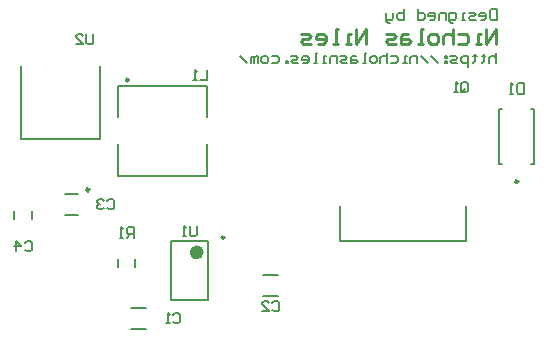
<source format=gbo>
G04*
G04 #@! TF.GenerationSoftware,Altium Limited,Altium Designer,25.1.2 (22)*
G04*
G04 Layer_Color=32896*
%FSLAX25Y25*%
%MOIN*%
G70*
G04*
G04 #@! TF.SameCoordinates,A6D80DD8-A6EF-48C5-BEAB-CD18D09DD35D*
G04*
G04*
G04 #@! TF.FilePolarity,Positive*
G04*
G01*
G75*
%ADD10C,0.01000*%
%ADD11C,0.00787*%
%ADD14C,0.00800*%
%ADD47C,0.01181*%
%ADD48C,0.02362*%
%ADD49C,0.00984*%
%ADD50C,0.00500*%
D10*
X380990Y467500D02*
Y472498D01*
X377657Y467500D01*
Y472498D01*
X375991Y467500D02*
X374325D01*
X375158D01*
Y470832D01*
X375991D01*
X368494D02*
X370993D01*
X371826Y469999D01*
Y468333D01*
X370993Y467500D01*
X368494D01*
X366827Y472498D02*
Y467500D01*
Y469999D01*
X365994Y470832D01*
X364328D01*
X363495Y469999D01*
Y467500D01*
X360996D02*
X359330D01*
X358497Y468333D01*
Y469999D01*
X359330Y470832D01*
X360996D01*
X361829Y469999D01*
Y468333D01*
X360996Y467500D01*
X356831D02*
X355165D01*
X355998D01*
Y472498D01*
X356831D01*
X351832Y470832D02*
X350166D01*
X349333Y469999D01*
Y467500D01*
X351832D01*
X352665Y468333D01*
X351832Y469166D01*
X349333D01*
X347667Y467500D02*
X345168D01*
X344335Y468333D01*
X345168Y469166D01*
X346834D01*
X347667Y469999D01*
X346834Y470832D01*
X344335D01*
X337670Y467500D02*
Y472498D01*
X334338Y467500D01*
Y472498D01*
X332672Y467500D02*
X331006D01*
X331839D01*
Y470832D01*
X332672D01*
X328506Y467500D02*
X326840D01*
X327673D01*
Y472498D01*
X328506D01*
X321842Y467500D02*
X323508D01*
X324341Y468333D01*
Y469999D01*
X323508Y470832D01*
X321842D01*
X321009Y469999D01*
Y469166D01*
X324341D01*
X319343Y467500D02*
X316844D01*
X316010Y468333D01*
X316844Y469166D01*
X318510D01*
X319343Y469999D01*
X318510Y470832D01*
X316010D01*
D11*
X226453Y409004D02*
Y411760D01*
X220547Y409004D02*
Y411760D01*
X371004Y401772D02*
Y413524D01*
X328996Y401772D02*
X371004D01*
X328996D02*
Y413524D01*
X272701Y382157D02*
X285299D01*
X272701Y401842D02*
X285299D01*
X272701Y382157D02*
Y401842D01*
X285299Y382157D02*
Y401842D01*
X255039Y453461D02*
X284961D01*
X255039Y423539D02*
X284961D01*
X255039Y443028D02*
Y453461D01*
X284961Y443028D02*
Y453461D01*
Y423539D02*
Y433972D01*
X255039Y423539D02*
Y433972D01*
X237335Y417543D02*
X241665D01*
X237335Y410457D02*
X241665D01*
X303539Y390543D02*
X308461D01*
X303539Y383457D02*
X308461D01*
X255047Y393122D02*
Y395878D01*
X260953Y393122D02*
Y395878D01*
X259539Y372457D02*
X264461D01*
X259539Y379543D02*
X264461D01*
X393748Y427445D02*
Y445555D01*
X382252D02*
X383177D01*
X392823D02*
X393748D01*
X382252Y427445D02*
Y445555D01*
Y427445D02*
X383177D01*
X392823D02*
X393748D01*
D14*
X381369Y478965D02*
Y475466D01*
X379620D01*
X379036Y476049D01*
Y478382D01*
X379620Y478965D01*
X381369D01*
X376121Y475466D02*
X377287D01*
X377870Y476049D01*
Y477216D01*
X377287Y477799D01*
X376121D01*
X375538Y477216D01*
Y476633D01*
X377870D01*
X374371Y475466D02*
X372622D01*
X372039Y476049D01*
X372622Y476633D01*
X373788D01*
X374371Y477216D01*
X373788Y477799D01*
X372039D01*
X370872Y475466D02*
X369706D01*
X370289D01*
Y477799D01*
X370872D01*
X366790Y474300D02*
X366207D01*
X365624Y474883D01*
Y477799D01*
X367374D01*
X367957Y477216D01*
Y476049D01*
X367374Y475466D01*
X365624D01*
X364458D02*
Y477799D01*
X362708D01*
X362125Y477216D01*
Y475466D01*
X359210D02*
X360376D01*
X360959Y476049D01*
Y477216D01*
X360376Y477799D01*
X359210D01*
X358626Y477216D01*
Y476633D01*
X360959D01*
X355128Y478965D02*
Y475466D01*
X356877D01*
X357460Y476049D01*
Y477216D01*
X356877Y477799D01*
X355128D01*
X350462Y478965D02*
Y475466D01*
X348713D01*
X348130Y476049D01*
Y476633D01*
Y477216D01*
X348713Y477799D01*
X350462D01*
X346964D02*
Y476049D01*
X346380Y475466D01*
X344631D01*
Y474883D01*
X345214Y474300D01*
X345797D01*
X344631Y475466D02*
Y477799D01*
X381070Y464465D02*
Y460966D01*
Y462716D01*
X380486Y463299D01*
X379320D01*
X378737Y462716D01*
Y460966D01*
X376988Y463882D02*
Y463299D01*
X377571D01*
X376404D01*
X376988D01*
Y461549D01*
X376404Y460966D01*
X374072Y463882D02*
Y463299D01*
X374655D01*
X373489D01*
X374072D01*
Y461549D01*
X373489Y460966D01*
X371739Y459800D02*
Y463299D01*
X369990D01*
X369407Y462716D01*
Y461549D01*
X369990Y460966D01*
X371739D01*
X368240D02*
X366491D01*
X365908Y461549D01*
X366491Y462133D01*
X367657D01*
X368240Y462716D01*
X367657Y463299D01*
X365908D01*
X364741D02*
X364158D01*
Y462716D01*
X364741D01*
Y463299D01*
Y461549D02*
X364158D01*
Y460966D01*
X364741D01*
Y461549D01*
X361826Y460966D02*
X359493Y463299D01*
X358327Y460966D02*
X355994Y463299D01*
X354828Y460966D02*
Y463299D01*
X353079D01*
X352496Y462716D01*
Y460966D01*
X351329D02*
X350163D01*
X350746D01*
Y463299D01*
X351329D01*
X346081D02*
X347830D01*
X348413Y462716D01*
Y461549D01*
X347830Y460966D01*
X346081D01*
X344915Y464465D02*
Y460966D01*
Y462716D01*
X344331Y463299D01*
X343165D01*
X342582Y462716D01*
Y460966D01*
X340833D02*
X339666D01*
X339083Y461549D01*
Y462716D01*
X339666Y463299D01*
X340833D01*
X341416Y462716D01*
Y461549D01*
X340833Y460966D01*
X337917D02*
X336751D01*
X337334D01*
Y464465D01*
X337917D01*
X334418Y463299D02*
X333252D01*
X332669Y462716D01*
Y460966D01*
X334418D01*
X335001Y461549D01*
X334418Y462133D01*
X332669D01*
X331502Y460966D02*
X329753D01*
X329170Y461549D01*
X329753Y462133D01*
X330919D01*
X331502Y462716D01*
X330919Y463299D01*
X329170D01*
X328003Y460966D02*
Y463299D01*
X326254D01*
X325671Y462716D01*
Y460966D01*
X324504D02*
X323338D01*
X323921D01*
Y463299D01*
X324504D01*
X321589Y460966D02*
X320423D01*
X321006D01*
Y464465D01*
X321589D01*
X316924Y460966D02*
X318090D01*
X318673Y461549D01*
Y462716D01*
X318090Y463299D01*
X316924D01*
X316340Y462716D01*
Y462133D01*
X318673D01*
X315174Y460966D02*
X313425D01*
X312842Y461549D01*
X313425Y462133D01*
X314591D01*
X315174Y462716D01*
X314591Y463299D01*
X312842D01*
X311675Y460966D02*
Y461549D01*
X311092D01*
Y460966D01*
X311675D01*
X306427Y463299D02*
X308176D01*
X308760Y462716D01*
Y461549D01*
X308176Y460966D01*
X306427D01*
X304678D02*
X303511D01*
X302928Y461549D01*
Y462716D01*
X303511Y463299D01*
X304678D01*
X305261Y462716D01*
Y461549D01*
X304678Y460966D01*
X301762D02*
Y463299D01*
X301179D01*
X300596Y462716D01*
Y460966D01*
Y462716D01*
X300012Y463299D01*
X299429Y462716D01*
Y460966D01*
X298263D02*
X295930Y463299D01*
X246916Y470749D02*
Y467834D01*
X246333Y467251D01*
X245166D01*
X244583Y467834D01*
Y470749D01*
X241084Y467251D02*
X243417D01*
X241084Y469583D01*
Y470166D01*
X241667Y470749D01*
X242834D01*
X243417Y470166D01*
X369500Y451834D02*
Y454166D01*
X370083Y454749D01*
X371249D01*
X371833Y454166D01*
Y451834D01*
X371249Y451251D01*
X370083D01*
X370666Y452417D02*
X369500Y451251D01*
X370083D02*
X369500Y451834D01*
X368334Y451251D02*
X367167D01*
X367751D01*
Y454749D01*
X368334Y454166D01*
X284833Y458749D02*
Y455251D01*
X282500D01*
X281334D02*
X280167D01*
X280751D01*
Y458749D01*
X281334Y458166D01*
X224083Y401166D02*
X224666Y401749D01*
X225833D01*
X226416Y401166D01*
Y398834D01*
X225833Y398251D01*
X224666D01*
X224083Y398834D01*
X221167Y398251D02*
Y401749D01*
X222917Y400000D01*
X220584D01*
X251571Y415166D02*
X252154Y415749D01*
X253321D01*
X253904Y415166D01*
Y412834D01*
X253321Y412251D01*
X252154D01*
X251571Y412834D01*
X250405Y415166D02*
X249822Y415749D01*
X248656D01*
X248073Y415166D01*
Y414583D01*
X248656Y414000D01*
X249239D01*
X248656D01*
X248073Y413417D01*
Y412834D01*
X248656Y412251D01*
X249822D01*
X250405Y412834D01*
X390333Y454249D02*
Y450751D01*
X388583D01*
X388000Y451334D01*
Y453666D01*
X388583Y454249D01*
X390333D01*
X386834Y450751D02*
X385667D01*
X386251D01*
Y454249D01*
X386834Y453666D01*
X260333Y402751D02*
Y406249D01*
X258583D01*
X258000Y405666D01*
Y404500D01*
X258583Y403917D01*
X260333D01*
X259166D02*
X258000Y402751D01*
X256834D02*
X255667D01*
X256251D01*
Y406249D01*
X256834Y405666D01*
X273500Y377166D02*
X274083Y377749D01*
X275249D01*
X275833Y377166D01*
Y374834D01*
X275249Y374251D01*
X274083D01*
X273500Y374834D01*
X272334Y374251D02*
X271167D01*
X271751D01*
Y377749D01*
X272334Y377166D01*
X306583Y381166D02*
X307166Y381749D01*
X308333D01*
X308916Y381166D01*
Y378834D01*
X308333Y378251D01*
X307166D01*
X306583Y378834D01*
X303084Y378251D02*
X305417D01*
X303084Y380583D01*
Y381166D01*
X303667Y381749D01*
X304834D01*
X305417Y381166D01*
X281333Y406749D02*
Y403834D01*
X280749Y403251D01*
X279583D01*
X279000Y403834D01*
Y406749D01*
X277834Y403251D02*
X276667D01*
X277251D01*
Y406749D01*
X277834Y406166D01*
D47*
X245449Y418803D02*
G03*
X245449Y418803I-394J0D01*
G01*
D48*
X282543Y397905D02*
G03*
X282543Y397905I-1181J0D01*
G01*
D49*
X290614Y402945D02*
G03*
X290614Y402945I-492J0D01*
G01*
X258681Y455429D02*
G03*
X258681Y455429I-492J0D01*
G01*
X388492Y421539D02*
G03*
X388492Y421539I-492J0D01*
G01*
D50*
X249268Y435622D02*
Y460114D01*
X222732Y435622D02*
Y460114D01*
Y435622D02*
X249268D01*
M02*

</source>
